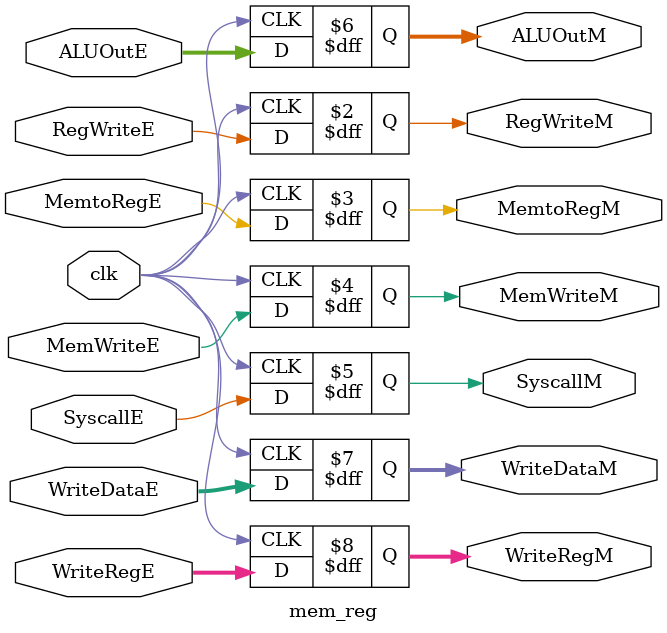
<source format=v>
/* Memory Register Module
This module handles the passing of data between the execute and memory phase
Passes through all relevant control signals and data signals.
*/

module mem_reg (
	input clk,
	// Controller logic inputs
	input RegWriteE, input MemtoRegE, input MemWriteE, input SyscallE,

	// Data inputs
	input wire [31:0] ALUOutE, input wire [31:0] WriteDataE, input wire [4:0] WriteRegE,

	// Controller logic Outputs
	output reg RegWriteM, output reg MemtoRegM, output reg MemWriteM, output reg SyscallM,

	// Data outputs
	output reg [31:0] ALUOutM, output reg [31:0] WriteDataM, output reg [4:0] WriteRegM
);

reg [8*8:1] string_value;

always @(posedge clk) begin
	RegWriteM <= RegWriteE;
	MemtoRegM <= MemtoRegE;
	MemWriteM <= MemWriteE;
	SyscallM <= SyscallE;

	ALUOutM <= ALUOutE;
	WriteDataM <= WriteDataE;
	WriteRegM <= WriteRegE;
end

endmodule

</source>
